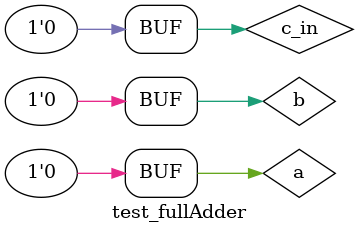
<source format=v>
`timescale 1ns / 1ps


module test_fullAdder;

	// Inputs
	reg a;
	reg b;
	reg c_in;

	// Outputs
	wire sum;
	wire c_out;

	// Instantiate the Unit Under Test (UUT)
	fullAdder uut (
		.a(a), 
		.b(b), 
		.c_in(c_in), 
		.sum(sum), 
		.c_out(c_out)
	);

	initial begin
		// Initialize Inputs
		a = 0;
		b = 0;
		c_in = 0;

		// Wait 100 ns for global reset to finish
		#100;
        
		// Add stimulus here
		#50
		a = 1;
		#50
		a = 0;
		b = 1;
		#50
		a = 1;
		b = 1;
		#50
		a = 0;
		b = 0;
		#50
		a = 1;
		c_in = 1;
		#50
		a = 0;
		b = 1;
		c_in = 1;
		#50
		a = 1;
		b = 1;
		c_in = 1;
		#50
		a = 0;
		b = 0;
		c_in = 0;

	end
      
endmodule


</source>
